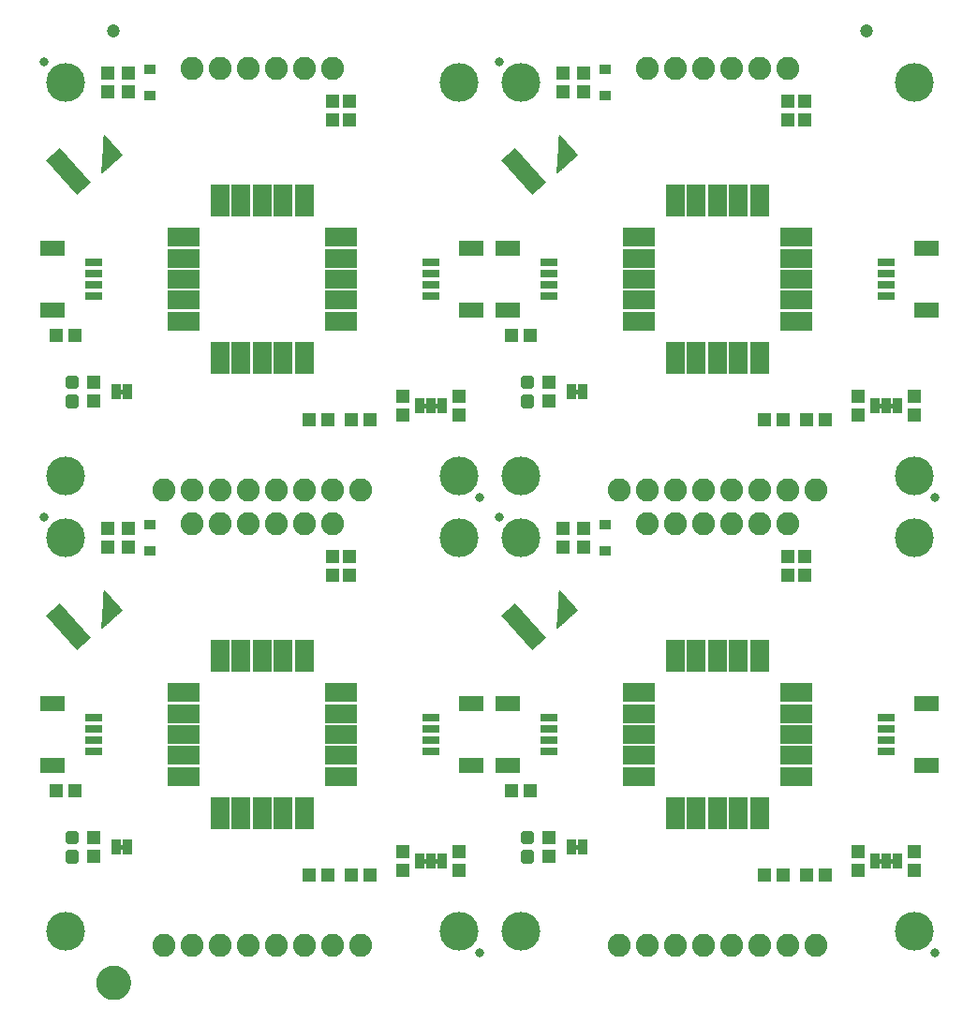
<source format=gts>
G75*
%MOIN*%
%OFA0B0*%
%FSLAX25Y25*%
%IPPOS*%
%LPD*%
%AMOC8*
5,1,8,0,0,1.08239X$1,22.5*
%
%ADD10C,0.13800*%
%ADD11C,0.03300*%
%ADD12R,0.08674X0.05524*%
%ADD13R,0.06115X0.03162*%
%ADD14C,0.08200*%
%ADD15R,0.05131X0.04737*%
%ADD16R,0.04737X0.05131*%
%ADD17C,0.00197*%
%ADD18R,0.16535X0.06693*%
%ADD19R,0.03300X0.05800*%
%ADD20C,0.00500*%
%ADD21C,0.01990*%
%ADD22R,0.04068X0.03280*%
%ADD23R,0.11627X0.07099*%
%ADD24R,0.07099X0.11627*%
%ADD25C,0.04737*%
%ADD26C,0.05000*%
%ADD27C,0.06706*%
D10*
X0038750Y0038750D03*
X0178750Y0038750D03*
X0200750Y0038750D03*
X0340750Y0038750D03*
X0340750Y0178750D03*
X0340750Y0200750D03*
X0200750Y0200750D03*
X0200750Y0178750D03*
X0178750Y0178750D03*
X0178750Y0200750D03*
X0038750Y0200750D03*
X0038750Y0178750D03*
X0038750Y0340750D03*
X0178750Y0340750D03*
X0200750Y0340750D03*
X0340750Y0340750D03*
D11*
X0193250Y0348250D03*
X0031250Y0348250D03*
X0186250Y0193250D03*
X0193250Y0186250D03*
X0348250Y0193250D03*
X0348250Y0031250D03*
X0186250Y0031250D03*
X0031250Y0186250D03*
D12*
X0034281Y0119774D03*
X0034281Y0097726D03*
X0183219Y0097726D03*
X0196281Y0097726D03*
X0196281Y0119774D03*
X0183219Y0119774D03*
X0183219Y0259726D03*
X0196281Y0259726D03*
X0196281Y0281774D03*
X0183219Y0281774D03*
X0034281Y0281774D03*
X0034281Y0259726D03*
X0345219Y0259726D03*
X0345219Y0281774D03*
X0345219Y0119774D03*
X0345219Y0097726D03*
D13*
X0330750Y0102844D03*
X0330750Y0106781D03*
X0330750Y0110719D03*
X0330750Y0114656D03*
X0210750Y0114656D03*
X0210750Y0110719D03*
X0210750Y0106781D03*
X0210750Y0102844D03*
X0168750Y0102844D03*
X0168750Y0106781D03*
X0168750Y0110719D03*
X0168750Y0114656D03*
X0048750Y0114656D03*
X0048750Y0110719D03*
X0048750Y0106781D03*
X0048750Y0102844D03*
X0048750Y0264844D03*
X0048750Y0268781D03*
X0048750Y0272719D03*
X0048750Y0276656D03*
X0168750Y0276656D03*
X0168750Y0272719D03*
X0168750Y0268781D03*
X0168750Y0264844D03*
X0210750Y0264844D03*
X0210750Y0268781D03*
X0210750Y0272719D03*
X0210750Y0276656D03*
X0330750Y0276656D03*
X0330750Y0272719D03*
X0330750Y0268781D03*
X0330750Y0264844D03*
D14*
X0305750Y0195750D03*
X0295750Y0195750D03*
X0285750Y0195750D03*
X0275750Y0195750D03*
X0265750Y0195750D03*
X0255750Y0195750D03*
X0245750Y0195750D03*
X0235750Y0195750D03*
X0245750Y0183750D03*
X0255750Y0183750D03*
X0265750Y0183750D03*
X0275750Y0183750D03*
X0285750Y0183750D03*
X0295750Y0183750D03*
X0143750Y0195750D03*
X0133750Y0195750D03*
X0123750Y0195750D03*
X0113750Y0195750D03*
X0103750Y0195750D03*
X0093750Y0195750D03*
X0083750Y0195750D03*
X0073750Y0195750D03*
X0083750Y0183750D03*
X0093750Y0183750D03*
X0103750Y0183750D03*
X0113750Y0183750D03*
X0123750Y0183750D03*
X0133750Y0183750D03*
X0133750Y0033750D03*
X0123750Y0033750D03*
X0113750Y0033750D03*
X0103750Y0033750D03*
X0093750Y0033750D03*
X0083750Y0033750D03*
X0073750Y0033750D03*
X0143750Y0033750D03*
X0235750Y0033750D03*
X0245750Y0033750D03*
X0255750Y0033750D03*
X0265750Y0033750D03*
X0275750Y0033750D03*
X0285750Y0033750D03*
X0295750Y0033750D03*
X0305750Y0033750D03*
X0295750Y0345750D03*
X0285750Y0345750D03*
X0275750Y0345750D03*
X0265750Y0345750D03*
X0255750Y0345750D03*
X0245750Y0345750D03*
X0133750Y0345750D03*
X0123750Y0345750D03*
X0113750Y0345750D03*
X0103750Y0345750D03*
X0093750Y0345750D03*
X0083750Y0345750D03*
D15*
X0042096Y0250750D03*
X0035404Y0250750D03*
X0125404Y0220750D03*
X0132096Y0220750D03*
X0140404Y0220750D03*
X0147096Y0220750D03*
X0197404Y0250750D03*
X0204096Y0250750D03*
X0287404Y0220750D03*
X0294096Y0220750D03*
X0302404Y0220750D03*
X0309096Y0220750D03*
X0204096Y0088750D03*
X0197404Y0088750D03*
X0147096Y0058750D03*
X0140404Y0058750D03*
X0132096Y0058750D03*
X0125404Y0058750D03*
X0042096Y0088750D03*
X0035404Y0088750D03*
X0287404Y0058750D03*
X0294096Y0058750D03*
X0302404Y0058750D03*
X0309096Y0058750D03*
D16*
X0320750Y0060404D03*
X0320750Y0067096D03*
X0340750Y0067096D03*
X0340750Y0060404D03*
X0301750Y0165404D03*
X0295750Y0165404D03*
X0295750Y0172096D03*
X0301750Y0172096D03*
X0320750Y0222404D03*
X0320750Y0229096D03*
X0340750Y0229096D03*
X0340750Y0222404D03*
X0301750Y0327404D03*
X0295750Y0327404D03*
X0295750Y0334096D03*
X0301750Y0334096D03*
X0223250Y0337404D03*
X0223250Y0344096D03*
X0215750Y0344096D03*
X0215750Y0337404D03*
X0139750Y0334096D03*
X0133750Y0334096D03*
X0133750Y0327404D03*
X0139750Y0327404D03*
X0061250Y0337404D03*
X0061250Y0344096D03*
X0053750Y0344096D03*
X0053750Y0337404D03*
X0048750Y0234096D03*
X0048750Y0227404D03*
X0053750Y0182096D03*
X0053750Y0175404D03*
X0061250Y0175404D03*
X0061250Y0182096D03*
X0133750Y0172096D03*
X0139750Y0172096D03*
X0139750Y0165404D03*
X0133750Y0165404D03*
X0158750Y0222404D03*
X0158750Y0229096D03*
X0178750Y0229096D03*
X0178750Y0222404D03*
X0210750Y0227404D03*
X0210750Y0234096D03*
X0215750Y0182096D03*
X0215750Y0175404D03*
X0223250Y0175404D03*
X0223250Y0182096D03*
X0210750Y0072096D03*
X0210750Y0065404D03*
X0178750Y0067096D03*
X0178750Y0060404D03*
X0158750Y0060404D03*
X0158750Y0067096D03*
X0048750Y0065404D03*
X0048750Y0072096D03*
D17*
X0051629Y0146647D02*
X0052329Y0159991D01*
X0058651Y0152969D01*
X0051629Y0146647D01*
X0051635Y0146748D02*
X0051743Y0146748D01*
X0051645Y0146944D02*
X0051959Y0146944D01*
X0052176Y0147139D02*
X0051655Y0147139D01*
X0051665Y0147335D02*
X0052393Y0147335D01*
X0052610Y0147530D02*
X0051676Y0147530D01*
X0051686Y0147725D02*
X0052827Y0147725D01*
X0053044Y0147921D02*
X0051696Y0147921D01*
X0051706Y0148116D02*
X0053261Y0148116D01*
X0053478Y0148311D02*
X0051717Y0148311D01*
X0051727Y0148507D02*
X0053695Y0148507D01*
X0053912Y0148702D02*
X0051737Y0148702D01*
X0051747Y0148897D02*
X0054129Y0148897D01*
X0054346Y0149093D02*
X0051758Y0149093D01*
X0051768Y0149288D02*
X0054563Y0149288D01*
X0054780Y0149484D02*
X0051778Y0149484D01*
X0051788Y0149679D02*
X0054997Y0149679D01*
X0055214Y0149874D02*
X0051798Y0149874D01*
X0051809Y0150070D02*
X0055431Y0150070D01*
X0055648Y0150265D02*
X0051819Y0150265D01*
X0051829Y0150460D02*
X0055865Y0150460D01*
X0056082Y0150656D02*
X0051839Y0150656D01*
X0051850Y0150851D02*
X0056299Y0150851D01*
X0056516Y0151046D02*
X0051860Y0151046D01*
X0051870Y0151242D02*
X0056733Y0151242D01*
X0056950Y0151437D02*
X0051880Y0151437D01*
X0051891Y0151633D02*
X0057167Y0151633D01*
X0057384Y0151828D02*
X0051901Y0151828D01*
X0051911Y0152023D02*
X0057601Y0152023D01*
X0057818Y0152219D02*
X0051921Y0152219D01*
X0051932Y0152414D02*
X0058035Y0152414D01*
X0058252Y0152609D02*
X0051942Y0152609D01*
X0051952Y0152805D02*
X0058469Y0152805D01*
X0058623Y0153000D02*
X0051962Y0153000D01*
X0051973Y0153195D02*
X0058447Y0153195D01*
X0058271Y0153391D02*
X0051983Y0153391D01*
X0051993Y0153586D02*
X0058096Y0153586D01*
X0057920Y0153781D02*
X0052003Y0153781D01*
X0052013Y0153977D02*
X0057744Y0153977D01*
X0057568Y0154172D02*
X0052024Y0154172D01*
X0052034Y0154368D02*
X0057392Y0154368D01*
X0057216Y0154563D02*
X0052044Y0154563D01*
X0052054Y0154758D02*
X0057040Y0154758D01*
X0056864Y0154954D02*
X0052065Y0154954D01*
X0052075Y0155149D02*
X0056688Y0155149D01*
X0056512Y0155344D02*
X0052085Y0155344D01*
X0052095Y0155540D02*
X0056337Y0155540D01*
X0056161Y0155735D02*
X0052106Y0155735D01*
X0052116Y0155930D02*
X0055985Y0155930D01*
X0055809Y0156126D02*
X0052126Y0156126D01*
X0052136Y0156321D02*
X0055633Y0156321D01*
X0055457Y0156517D02*
X0052147Y0156517D01*
X0052157Y0156712D02*
X0055281Y0156712D01*
X0055105Y0156907D02*
X0052167Y0156907D01*
X0052177Y0157103D02*
X0054929Y0157103D01*
X0054753Y0157298D02*
X0052188Y0157298D01*
X0052198Y0157493D02*
X0054577Y0157493D01*
X0054402Y0157689D02*
X0052208Y0157689D01*
X0052218Y0157884D02*
X0054226Y0157884D01*
X0054050Y0158079D02*
X0052228Y0158079D01*
X0052239Y0158275D02*
X0053874Y0158275D01*
X0053698Y0158470D02*
X0052249Y0158470D01*
X0052259Y0158666D02*
X0053522Y0158666D01*
X0053346Y0158861D02*
X0052269Y0158861D01*
X0052280Y0159056D02*
X0053170Y0159056D01*
X0052994Y0159252D02*
X0052290Y0159252D01*
X0052300Y0159447D02*
X0052818Y0159447D01*
X0052643Y0159642D02*
X0052310Y0159642D01*
X0052321Y0159838D02*
X0052467Y0159838D01*
X0051629Y0308647D02*
X0052329Y0321991D01*
X0058651Y0314969D01*
X0051629Y0308647D01*
X0051632Y0308703D02*
X0051692Y0308703D01*
X0051643Y0308899D02*
X0051909Y0308899D01*
X0052126Y0309094D02*
X0051653Y0309094D01*
X0051663Y0309289D02*
X0052343Y0309289D01*
X0052560Y0309485D02*
X0051673Y0309485D01*
X0051683Y0309680D02*
X0052777Y0309680D01*
X0052994Y0309876D02*
X0051694Y0309876D01*
X0051704Y0310071D02*
X0053211Y0310071D01*
X0053428Y0310266D02*
X0051714Y0310266D01*
X0051724Y0310462D02*
X0053645Y0310462D01*
X0053862Y0310657D02*
X0051735Y0310657D01*
X0051745Y0310852D02*
X0054079Y0310852D01*
X0054296Y0311048D02*
X0051755Y0311048D01*
X0051765Y0311243D02*
X0054513Y0311243D01*
X0054730Y0311438D02*
X0051776Y0311438D01*
X0051786Y0311634D02*
X0054947Y0311634D01*
X0055164Y0311829D02*
X0051796Y0311829D01*
X0051806Y0312024D02*
X0055381Y0312024D01*
X0055598Y0312220D02*
X0051817Y0312220D01*
X0051827Y0312415D02*
X0055815Y0312415D01*
X0056032Y0312611D02*
X0051837Y0312611D01*
X0051847Y0312806D02*
X0056249Y0312806D01*
X0056466Y0313001D02*
X0051858Y0313001D01*
X0051868Y0313197D02*
X0056683Y0313197D01*
X0056900Y0313392D02*
X0051878Y0313392D01*
X0051888Y0313587D02*
X0057117Y0313587D01*
X0057334Y0313783D02*
X0051898Y0313783D01*
X0051909Y0313978D02*
X0057551Y0313978D01*
X0057768Y0314173D02*
X0051919Y0314173D01*
X0051929Y0314369D02*
X0057985Y0314369D01*
X0058202Y0314564D02*
X0051939Y0314564D01*
X0051950Y0314760D02*
X0058418Y0314760D01*
X0058635Y0314955D02*
X0051960Y0314955D01*
X0051970Y0315150D02*
X0058488Y0315150D01*
X0058312Y0315346D02*
X0051980Y0315346D01*
X0051991Y0315541D02*
X0058136Y0315541D01*
X0057960Y0315736D02*
X0052001Y0315736D01*
X0052011Y0315932D02*
X0057784Y0315932D01*
X0057608Y0316127D02*
X0052021Y0316127D01*
X0052032Y0316322D02*
X0057433Y0316322D01*
X0057257Y0316518D02*
X0052042Y0316518D01*
X0052052Y0316713D02*
X0057081Y0316713D01*
X0056905Y0316909D02*
X0052062Y0316909D01*
X0052073Y0317104D02*
X0056729Y0317104D01*
X0056553Y0317299D02*
X0052083Y0317299D01*
X0052093Y0317495D02*
X0056377Y0317495D01*
X0056201Y0317690D02*
X0052103Y0317690D01*
X0052114Y0317885D02*
X0056025Y0317885D01*
X0055849Y0318081D02*
X0052124Y0318081D01*
X0052134Y0318276D02*
X0055674Y0318276D01*
X0055498Y0318471D02*
X0052144Y0318471D01*
X0052154Y0318667D02*
X0055322Y0318667D01*
X0055146Y0318862D02*
X0052165Y0318862D01*
X0052175Y0319058D02*
X0054970Y0319058D01*
X0054794Y0319253D02*
X0052185Y0319253D01*
X0052195Y0319448D02*
X0054618Y0319448D01*
X0054442Y0319644D02*
X0052206Y0319644D01*
X0052216Y0319839D02*
X0054266Y0319839D01*
X0054090Y0320034D02*
X0052226Y0320034D01*
X0052236Y0320230D02*
X0053914Y0320230D01*
X0053739Y0320425D02*
X0052247Y0320425D01*
X0052257Y0320620D02*
X0053563Y0320620D01*
X0053387Y0320816D02*
X0052267Y0320816D01*
X0052277Y0321011D02*
X0053211Y0321011D01*
X0053035Y0321206D02*
X0052288Y0321206D01*
X0052298Y0321402D02*
X0052859Y0321402D01*
X0052683Y0321597D02*
X0052308Y0321597D01*
X0052318Y0321793D02*
X0052507Y0321793D01*
X0052331Y0321988D02*
X0052329Y0321988D01*
X0213888Y0313587D02*
X0219117Y0313587D01*
X0218900Y0313392D02*
X0213878Y0313392D01*
X0213868Y0313197D02*
X0218683Y0313197D01*
X0218466Y0313001D02*
X0213858Y0313001D01*
X0213847Y0312806D02*
X0218249Y0312806D01*
X0218032Y0312611D02*
X0213837Y0312611D01*
X0213827Y0312415D02*
X0217815Y0312415D01*
X0217598Y0312220D02*
X0213817Y0312220D01*
X0213806Y0312024D02*
X0217381Y0312024D01*
X0217164Y0311829D02*
X0213796Y0311829D01*
X0213786Y0311634D02*
X0216947Y0311634D01*
X0216730Y0311438D02*
X0213776Y0311438D01*
X0213765Y0311243D02*
X0216513Y0311243D01*
X0216296Y0311048D02*
X0213755Y0311048D01*
X0213745Y0310852D02*
X0216079Y0310852D01*
X0215862Y0310657D02*
X0213735Y0310657D01*
X0213724Y0310462D02*
X0215645Y0310462D01*
X0215428Y0310266D02*
X0213714Y0310266D01*
X0213704Y0310071D02*
X0215211Y0310071D01*
X0214994Y0309876D02*
X0213694Y0309876D01*
X0213683Y0309680D02*
X0214777Y0309680D01*
X0214560Y0309485D02*
X0213673Y0309485D01*
X0213663Y0309289D02*
X0214343Y0309289D01*
X0214126Y0309094D02*
X0213653Y0309094D01*
X0213643Y0308899D02*
X0213909Y0308899D01*
X0213692Y0308703D02*
X0213632Y0308703D01*
X0213629Y0308647D02*
X0214329Y0321991D01*
X0220651Y0314969D01*
X0213629Y0308647D01*
X0213898Y0313783D02*
X0219334Y0313783D01*
X0219551Y0313978D02*
X0213909Y0313978D01*
X0213919Y0314173D02*
X0219768Y0314173D01*
X0219985Y0314369D02*
X0213929Y0314369D01*
X0213939Y0314564D02*
X0220202Y0314564D01*
X0220418Y0314760D02*
X0213950Y0314760D01*
X0213960Y0314955D02*
X0220635Y0314955D01*
X0220488Y0315150D02*
X0213970Y0315150D01*
X0213980Y0315346D02*
X0220312Y0315346D01*
X0220136Y0315541D02*
X0213991Y0315541D01*
X0214001Y0315736D02*
X0219960Y0315736D01*
X0219784Y0315932D02*
X0214011Y0315932D01*
X0214021Y0316127D02*
X0219608Y0316127D01*
X0219433Y0316322D02*
X0214032Y0316322D01*
X0214042Y0316518D02*
X0219257Y0316518D01*
X0219081Y0316713D02*
X0214052Y0316713D01*
X0214062Y0316909D02*
X0218905Y0316909D01*
X0218729Y0317104D02*
X0214073Y0317104D01*
X0214083Y0317299D02*
X0218553Y0317299D01*
X0218377Y0317495D02*
X0214093Y0317495D01*
X0214103Y0317690D02*
X0218201Y0317690D01*
X0218025Y0317885D02*
X0214114Y0317885D01*
X0214124Y0318081D02*
X0217849Y0318081D01*
X0217674Y0318276D02*
X0214134Y0318276D01*
X0214144Y0318471D02*
X0217498Y0318471D01*
X0217322Y0318667D02*
X0214154Y0318667D01*
X0214165Y0318862D02*
X0217146Y0318862D01*
X0216970Y0319058D02*
X0214175Y0319058D01*
X0214185Y0319253D02*
X0216794Y0319253D01*
X0216618Y0319448D02*
X0214195Y0319448D01*
X0214206Y0319644D02*
X0216442Y0319644D01*
X0216266Y0319839D02*
X0214216Y0319839D01*
X0214226Y0320034D02*
X0216090Y0320034D01*
X0215914Y0320230D02*
X0214236Y0320230D01*
X0214247Y0320425D02*
X0215739Y0320425D01*
X0215563Y0320620D02*
X0214257Y0320620D01*
X0214267Y0320816D02*
X0215387Y0320816D01*
X0215211Y0321011D02*
X0214277Y0321011D01*
X0214288Y0321206D02*
X0215035Y0321206D01*
X0214859Y0321402D02*
X0214298Y0321402D01*
X0214308Y0321597D02*
X0214683Y0321597D01*
X0214507Y0321793D02*
X0214318Y0321793D01*
X0214329Y0321988D02*
X0214331Y0321988D01*
X0214329Y0159991D02*
X0213629Y0146647D01*
X0220651Y0152969D01*
X0214329Y0159991D01*
X0214321Y0159838D02*
X0214467Y0159838D01*
X0214310Y0159642D02*
X0214643Y0159642D01*
X0214818Y0159447D02*
X0214300Y0159447D01*
X0214290Y0159252D02*
X0214994Y0159252D01*
X0215170Y0159056D02*
X0214280Y0159056D01*
X0214269Y0158861D02*
X0215346Y0158861D01*
X0215522Y0158666D02*
X0214259Y0158666D01*
X0214249Y0158470D02*
X0215698Y0158470D01*
X0215874Y0158275D02*
X0214239Y0158275D01*
X0214228Y0158079D02*
X0216050Y0158079D01*
X0216226Y0157884D02*
X0214218Y0157884D01*
X0214208Y0157689D02*
X0216402Y0157689D01*
X0216577Y0157493D02*
X0214198Y0157493D01*
X0214188Y0157298D02*
X0216753Y0157298D01*
X0216929Y0157103D02*
X0214177Y0157103D01*
X0214167Y0156907D02*
X0217105Y0156907D01*
X0217281Y0156712D02*
X0214157Y0156712D01*
X0214147Y0156517D02*
X0217457Y0156517D01*
X0217633Y0156321D02*
X0214136Y0156321D01*
X0214126Y0156126D02*
X0217809Y0156126D01*
X0217985Y0155930D02*
X0214116Y0155930D01*
X0214106Y0155735D02*
X0218161Y0155735D01*
X0218337Y0155540D02*
X0214095Y0155540D01*
X0214085Y0155344D02*
X0218512Y0155344D01*
X0218688Y0155149D02*
X0214075Y0155149D01*
X0214065Y0154954D02*
X0218864Y0154954D01*
X0219040Y0154758D02*
X0214054Y0154758D01*
X0214044Y0154563D02*
X0219216Y0154563D01*
X0219392Y0154368D02*
X0214034Y0154368D01*
X0214024Y0154172D02*
X0219568Y0154172D01*
X0219744Y0153977D02*
X0214013Y0153977D01*
X0214003Y0153781D02*
X0219920Y0153781D01*
X0220096Y0153586D02*
X0213993Y0153586D01*
X0213983Y0153391D02*
X0220271Y0153391D01*
X0220447Y0153195D02*
X0213973Y0153195D01*
X0213962Y0153000D02*
X0220623Y0153000D01*
X0220469Y0152805D02*
X0213952Y0152805D01*
X0213942Y0152609D02*
X0220252Y0152609D01*
X0220035Y0152414D02*
X0213932Y0152414D01*
X0213921Y0152219D02*
X0219818Y0152219D01*
X0219601Y0152023D02*
X0213911Y0152023D01*
X0213901Y0151828D02*
X0219384Y0151828D01*
X0219167Y0151633D02*
X0213891Y0151633D01*
X0213880Y0151437D02*
X0218950Y0151437D01*
X0218733Y0151242D02*
X0213870Y0151242D01*
X0213860Y0151046D02*
X0218516Y0151046D01*
X0218299Y0150851D02*
X0213850Y0150851D01*
X0213839Y0150656D02*
X0218082Y0150656D01*
X0217865Y0150460D02*
X0213829Y0150460D01*
X0213819Y0150265D02*
X0217648Y0150265D01*
X0217431Y0150070D02*
X0213809Y0150070D01*
X0213798Y0149874D02*
X0217214Y0149874D01*
X0216997Y0149679D02*
X0213788Y0149679D01*
X0213778Y0149484D02*
X0216780Y0149484D01*
X0216563Y0149288D02*
X0213768Y0149288D01*
X0213758Y0149093D02*
X0216346Y0149093D01*
X0216129Y0148897D02*
X0213747Y0148897D01*
X0213737Y0148702D02*
X0215912Y0148702D01*
X0215695Y0148507D02*
X0213727Y0148507D01*
X0213717Y0148311D02*
X0215478Y0148311D01*
X0215261Y0148116D02*
X0213706Y0148116D01*
X0213696Y0147921D02*
X0215044Y0147921D01*
X0214827Y0147725D02*
X0213686Y0147725D01*
X0213676Y0147530D02*
X0214610Y0147530D01*
X0214393Y0147335D02*
X0213665Y0147335D01*
X0213655Y0147139D02*
X0214176Y0147139D01*
X0213959Y0146944D02*
X0213645Y0146944D01*
X0213635Y0146748D02*
X0213743Y0146748D01*
D18*
G36*
X0204963Y0138739D02*
X0193900Y0151025D01*
X0198873Y0155503D01*
X0209936Y0143217D01*
X0204963Y0138739D01*
G37*
G36*
X0042963Y0138739D02*
X0031900Y0151025D01*
X0036873Y0155503D01*
X0047936Y0143217D01*
X0042963Y0138739D01*
G37*
G36*
X0042963Y0300739D02*
X0031900Y0313025D01*
X0036873Y0317503D01*
X0047936Y0305217D01*
X0042963Y0300739D01*
G37*
G36*
X0204963Y0300739D02*
X0193900Y0313025D01*
X0198873Y0317503D01*
X0209936Y0305217D01*
X0204963Y0300739D01*
G37*
D19*
X0218750Y0230750D03*
X0222750Y0230750D03*
X0172750Y0225750D03*
X0168750Y0225750D03*
X0164750Y0225750D03*
X0060750Y0230750D03*
X0056750Y0230750D03*
X0056750Y0068750D03*
X0060750Y0068750D03*
X0164750Y0063750D03*
X0168750Y0063750D03*
X0172750Y0063750D03*
X0218750Y0068750D03*
X0222750Y0068750D03*
X0326750Y0063750D03*
X0330750Y0063750D03*
X0334750Y0063750D03*
X0334750Y0225750D03*
X0330750Y0225750D03*
X0326750Y0225750D03*
D20*
X0328000Y0225662D02*
X0333500Y0225662D01*
X0333500Y0225250D02*
X0333500Y0226250D01*
X0328000Y0226250D01*
X0328000Y0225250D01*
X0333500Y0225250D01*
X0333500Y0226160D02*
X0328000Y0226160D01*
X0221500Y0230250D02*
X0220000Y0230250D01*
X0220000Y0231250D01*
X0221500Y0231250D01*
X0221500Y0230250D01*
X0221500Y0230647D02*
X0220000Y0230647D01*
X0220000Y0231146D02*
X0221500Y0231146D01*
X0171500Y0226250D02*
X0171500Y0225250D01*
X0166000Y0225250D01*
X0166000Y0226250D01*
X0171500Y0226250D01*
X0171500Y0226160D02*
X0166000Y0226160D01*
X0166000Y0225662D02*
X0171500Y0225662D01*
X0059500Y0230250D02*
X0058000Y0230250D01*
X0058000Y0231250D01*
X0059500Y0231250D01*
X0059500Y0230250D01*
X0059500Y0230647D02*
X0058000Y0230647D01*
X0058000Y0231146D02*
X0059500Y0231146D01*
X0059500Y0069250D02*
X0058000Y0069250D01*
X0058000Y0068250D01*
X0059500Y0068250D01*
X0059500Y0069250D01*
X0059500Y0069129D02*
X0058000Y0069129D01*
X0058000Y0068631D02*
X0059500Y0068631D01*
X0166000Y0064250D02*
X0171500Y0064250D01*
X0171500Y0063250D01*
X0166000Y0063250D01*
X0166000Y0064250D01*
X0166000Y0064144D02*
X0171500Y0064144D01*
X0171500Y0063646D02*
X0166000Y0063646D01*
X0220000Y0068250D02*
X0220000Y0069250D01*
X0221500Y0069250D01*
X0221500Y0068250D01*
X0220000Y0068250D01*
X0220000Y0068631D02*
X0221500Y0068631D01*
X0221500Y0069129D02*
X0220000Y0069129D01*
X0328000Y0064250D02*
X0333500Y0064250D01*
X0333500Y0063250D01*
X0328000Y0063250D01*
X0328000Y0064250D01*
X0328000Y0064144D02*
X0333500Y0064144D01*
X0333500Y0063646D02*
X0328000Y0063646D01*
D21*
X0204623Y0066670D02*
X0201877Y0066670D01*
X0204623Y0066670D02*
X0204623Y0063924D01*
X0201877Y0063924D01*
X0201877Y0066670D01*
X0201877Y0065814D02*
X0204623Y0065814D01*
X0204623Y0073576D02*
X0201877Y0073576D01*
X0204623Y0073576D02*
X0204623Y0070830D01*
X0201877Y0070830D01*
X0201877Y0073576D01*
X0201877Y0072720D02*
X0204623Y0072720D01*
X0042623Y0073576D02*
X0039877Y0073576D01*
X0042623Y0073576D02*
X0042623Y0070830D01*
X0039877Y0070830D01*
X0039877Y0073576D01*
X0039877Y0072720D02*
X0042623Y0072720D01*
X0042623Y0066670D02*
X0039877Y0066670D01*
X0042623Y0066670D02*
X0042623Y0063924D01*
X0039877Y0063924D01*
X0039877Y0066670D01*
X0039877Y0065814D02*
X0042623Y0065814D01*
X0042623Y0228670D02*
X0039877Y0228670D01*
X0042623Y0228670D02*
X0042623Y0225924D01*
X0039877Y0225924D01*
X0039877Y0228670D01*
X0039877Y0227814D02*
X0042623Y0227814D01*
X0042623Y0235576D02*
X0039877Y0235576D01*
X0042623Y0235576D02*
X0042623Y0232830D01*
X0039877Y0232830D01*
X0039877Y0235576D01*
X0039877Y0234720D02*
X0042623Y0234720D01*
X0201877Y0235576D02*
X0204623Y0235576D01*
X0204623Y0232830D01*
X0201877Y0232830D01*
X0201877Y0235576D01*
X0201877Y0234720D02*
X0204623Y0234720D01*
X0204623Y0228670D02*
X0201877Y0228670D01*
X0204623Y0228670D02*
X0204623Y0225924D01*
X0201877Y0225924D01*
X0201877Y0228670D01*
X0201877Y0227814D02*
X0204623Y0227814D01*
D22*
X0230750Y0183278D03*
X0230750Y0174222D03*
X0068750Y0174222D03*
X0068750Y0183278D03*
X0068750Y0336222D03*
X0068750Y0345278D03*
X0230750Y0345278D03*
X0230750Y0336222D03*
D23*
X0242699Y0285711D03*
X0242699Y0278230D03*
X0242699Y0270750D03*
X0242699Y0263270D03*
X0242699Y0255789D03*
X0298801Y0255789D03*
X0298801Y0263270D03*
X0298801Y0270750D03*
X0298801Y0278230D03*
X0298801Y0285711D03*
X0136801Y0285711D03*
X0136801Y0278230D03*
X0136801Y0270750D03*
X0136801Y0263270D03*
X0136801Y0255789D03*
X0080699Y0255789D03*
X0080699Y0263270D03*
X0080699Y0270750D03*
X0080699Y0278230D03*
X0080699Y0285711D03*
X0080699Y0123711D03*
X0080699Y0116230D03*
X0080699Y0108750D03*
X0080699Y0101270D03*
X0080699Y0093789D03*
X0136801Y0093789D03*
X0136801Y0101270D03*
X0136801Y0108750D03*
X0136801Y0116230D03*
X0136801Y0123711D03*
X0242699Y0123711D03*
X0242699Y0116230D03*
X0242699Y0108750D03*
X0242699Y0101270D03*
X0242699Y0093789D03*
X0298801Y0093789D03*
X0298801Y0101270D03*
X0298801Y0108750D03*
X0298801Y0116230D03*
X0298801Y0123711D03*
D24*
X0285711Y0136801D03*
X0278230Y0136801D03*
X0270750Y0136801D03*
X0263270Y0136801D03*
X0255789Y0136801D03*
X0255789Y0080699D03*
X0263270Y0080699D03*
X0270750Y0080699D03*
X0278230Y0080699D03*
X0285711Y0080699D03*
X0123711Y0080699D03*
X0116230Y0080699D03*
X0108750Y0080699D03*
X0101270Y0080699D03*
X0093789Y0080699D03*
X0093789Y0136801D03*
X0101270Y0136801D03*
X0108750Y0136801D03*
X0116230Y0136801D03*
X0123711Y0136801D03*
X0123711Y0242699D03*
X0116230Y0242699D03*
X0108750Y0242699D03*
X0101270Y0242699D03*
X0093789Y0242699D03*
X0093789Y0298801D03*
X0101270Y0298801D03*
X0108750Y0298801D03*
X0116230Y0298801D03*
X0123711Y0298801D03*
X0255789Y0298801D03*
X0263270Y0298801D03*
X0270750Y0298801D03*
X0278230Y0298801D03*
X0285711Y0298801D03*
X0285711Y0242699D03*
X0278230Y0242699D03*
X0270750Y0242699D03*
X0263270Y0242699D03*
X0255789Y0242699D03*
D25*
X0323750Y0359000D03*
X0055750Y0359000D03*
D26*
X0052185Y0020500D02*
X0052187Y0020619D01*
X0052193Y0020738D01*
X0052203Y0020857D01*
X0052217Y0020975D01*
X0052235Y0021093D01*
X0052256Y0021210D01*
X0052282Y0021326D01*
X0052312Y0021442D01*
X0052345Y0021556D01*
X0052382Y0021669D01*
X0052423Y0021781D01*
X0052468Y0021892D01*
X0052516Y0022001D01*
X0052568Y0022108D01*
X0052624Y0022213D01*
X0052683Y0022317D01*
X0052745Y0022418D01*
X0052811Y0022518D01*
X0052880Y0022615D01*
X0052952Y0022709D01*
X0053028Y0022802D01*
X0053106Y0022891D01*
X0053187Y0022978D01*
X0053272Y0023063D01*
X0053359Y0023144D01*
X0053448Y0023222D01*
X0053541Y0023298D01*
X0053635Y0023370D01*
X0053732Y0023439D01*
X0053832Y0023505D01*
X0053933Y0023567D01*
X0054037Y0023626D01*
X0054142Y0023682D01*
X0054249Y0023734D01*
X0054358Y0023782D01*
X0054469Y0023827D01*
X0054581Y0023868D01*
X0054694Y0023905D01*
X0054808Y0023938D01*
X0054924Y0023968D01*
X0055040Y0023994D01*
X0055157Y0024015D01*
X0055275Y0024033D01*
X0055393Y0024047D01*
X0055512Y0024057D01*
X0055631Y0024063D01*
X0055750Y0024065D01*
X0055869Y0024063D01*
X0055988Y0024057D01*
X0056107Y0024047D01*
X0056225Y0024033D01*
X0056343Y0024015D01*
X0056460Y0023994D01*
X0056576Y0023968D01*
X0056692Y0023938D01*
X0056806Y0023905D01*
X0056919Y0023868D01*
X0057031Y0023827D01*
X0057142Y0023782D01*
X0057251Y0023734D01*
X0057358Y0023682D01*
X0057463Y0023626D01*
X0057567Y0023567D01*
X0057668Y0023505D01*
X0057768Y0023439D01*
X0057865Y0023370D01*
X0057959Y0023298D01*
X0058052Y0023222D01*
X0058141Y0023144D01*
X0058228Y0023063D01*
X0058313Y0022978D01*
X0058394Y0022891D01*
X0058472Y0022802D01*
X0058548Y0022709D01*
X0058620Y0022615D01*
X0058689Y0022518D01*
X0058755Y0022418D01*
X0058817Y0022317D01*
X0058876Y0022213D01*
X0058932Y0022108D01*
X0058984Y0022001D01*
X0059032Y0021892D01*
X0059077Y0021781D01*
X0059118Y0021669D01*
X0059155Y0021556D01*
X0059188Y0021442D01*
X0059218Y0021326D01*
X0059244Y0021210D01*
X0059265Y0021093D01*
X0059283Y0020975D01*
X0059297Y0020857D01*
X0059307Y0020738D01*
X0059313Y0020619D01*
X0059315Y0020500D01*
X0059313Y0020381D01*
X0059307Y0020262D01*
X0059297Y0020143D01*
X0059283Y0020025D01*
X0059265Y0019907D01*
X0059244Y0019790D01*
X0059218Y0019674D01*
X0059188Y0019558D01*
X0059155Y0019444D01*
X0059118Y0019331D01*
X0059077Y0019219D01*
X0059032Y0019108D01*
X0058984Y0018999D01*
X0058932Y0018892D01*
X0058876Y0018787D01*
X0058817Y0018683D01*
X0058755Y0018582D01*
X0058689Y0018482D01*
X0058620Y0018385D01*
X0058548Y0018291D01*
X0058472Y0018198D01*
X0058394Y0018109D01*
X0058313Y0018022D01*
X0058228Y0017937D01*
X0058141Y0017856D01*
X0058052Y0017778D01*
X0057959Y0017702D01*
X0057865Y0017630D01*
X0057768Y0017561D01*
X0057668Y0017495D01*
X0057567Y0017433D01*
X0057463Y0017374D01*
X0057358Y0017318D01*
X0057251Y0017266D01*
X0057142Y0017218D01*
X0057031Y0017173D01*
X0056919Y0017132D01*
X0056806Y0017095D01*
X0056692Y0017062D01*
X0056576Y0017032D01*
X0056460Y0017006D01*
X0056343Y0016985D01*
X0056225Y0016967D01*
X0056107Y0016953D01*
X0055988Y0016943D01*
X0055869Y0016937D01*
X0055750Y0016935D01*
X0055631Y0016937D01*
X0055512Y0016943D01*
X0055393Y0016953D01*
X0055275Y0016967D01*
X0055157Y0016985D01*
X0055040Y0017006D01*
X0054924Y0017032D01*
X0054808Y0017062D01*
X0054694Y0017095D01*
X0054581Y0017132D01*
X0054469Y0017173D01*
X0054358Y0017218D01*
X0054249Y0017266D01*
X0054142Y0017318D01*
X0054037Y0017374D01*
X0053933Y0017433D01*
X0053832Y0017495D01*
X0053732Y0017561D01*
X0053635Y0017630D01*
X0053541Y0017702D01*
X0053448Y0017778D01*
X0053359Y0017856D01*
X0053272Y0017937D01*
X0053187Y0018022D01*
X0053106Y0018109D01*
X0053028Y0018198D01*
X0052952Y0018291D01*
X0052880Y0018385D01*
X0052811Y0018482D01*
X0052745Y0018582D01*
X0052683Y0018683D01*
X0052624Y0018787D01*
X0052568Y0018892D01*
X0052516Y0018999D01*
X0052468Y0019108D01*
X0052423Y0019219D01*
X0052382Y0019331D01*
X0052345Y0019444D01*
X0052312Y0019558D01*
X0052282Y0019674D01*
X0052256Y0019790D01*
X0052235Y0019907D01*
X0052217Y0020025D01*
X0052203Y0020143D01*
X0052193Y0020262D01*
X0052187Y0020381D01*
X0052185Y0020500D01*
D27*
X0055750Y0020500D03*
M02*

</source>
